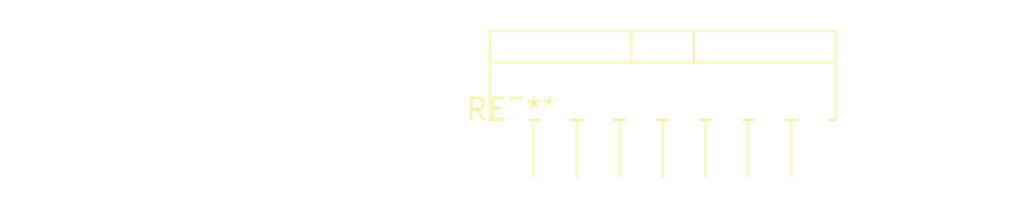
<source format=kicad_pcb>
(kicad_pcb (version 20240108) (generator pcbnew)
  (layers (0 "F.Cu" signal) (31 "B.Cu" signal) (34 "B.Paste" user) (35 "F.Paste" user) (36 "B.SilkS" user "B.Silkscreen") (37 "F.SilkS" user "F.Silkscreen") (38 "B.Mask" user) (39 "F.Mask" user) (44 "Edge.Cuts" user))
  (net 0 "")
  (footprint "TO-220-15_P2.54x2.54mm_StaggerEven_Lead4.58mm_Vertical" (layer "F.Cu") (at 0 0)
    (property "Reference" "REF**")
    (property "Value" "TO-220-15_P2.54x2.54mm_StaggerEven_Lead4.58mm_Vertical")
    (fp_line (start -1.33 -4.62) (end -1.33 0.621) (layer "F.SilkS") (stroke (width 0.12)))
    (fp_line (start -1.33 -4.62) (end 19.11 -4.62) (layer "F.SilkS") (stroke (width 0.12)))
    (fp_line (start -1.33 -2.78) (end 19.11 -2.78) (layer "F.SilkS") (stroke (width 0.12)))
    (fp_line (start -1.33 0.621) (end -1.05 0.621) (layer "F.SilkS") (stroke (width 0.12)))
    (fp_line (start 1.05 0.621) (end 1.616 0.621) (layer "F.SilkS") (stroke (width 0.12)))
    (fp_line (start 1.27 0.621) (end 1.27 4.015) (layer "F.SilkS") (stroke (width 0.12)))
    (fp_line (start 3.465 0.621) (end 4.156 0.621) (layer "F.SilkS") (stroke (width 0.12)))
    (fp_line (start 3.81 0.621) (end 3.81 4.015) (layer "F.SilkS") (stroke (width 0.12)))
    (fp_line (start 6.005 0.621) (end 6.696 0.621) (layer "F.SilkS") (stroke (width 0.12)))
    (fp_line (start 6.35 0.621) (end 6.35 4.015) (layer "F.SilkS") (stroke (width 0.12)))
    (fp_line (start 7.041 -4.62) (end 7.041 -2.78) (layer "F.SilkS") (stroke (width 0.12)))
    (fp_line (start 8.545 0.621) (end 9.236 0.621) (layer "F.SilkS") (stroke (width 0.12)))
    (fp_line (start 8.89 0.621) (end 8.89 4.015) (layer "F.SilkS") (stroke (width 0.12)))
    (fp_line (start 10.74 -4.62) (end 10.74 -2.78) (layer "F.SilkS") (stroke (width 0.12)))
    (fp_line (start 11.085 0.621) (end 11.776 0.621) (layer "F.SilkS") (stroke (width 0.12)))
    (fp_line (start 11.43 0.621) (end 11.43 4.015) (layer "F.SilkS") (stroke (width 0.12)))
    (fp_line (start 13.625 0.621) (end 14.316 0.621) (layer "F.SilkS") (stroke (width 0.12)))
    (fp_line (start 13.97 0.621) (end 13.97 4.015) (layer "F.SilkS") (stroke (width 0.12)))
    (fp_line (start 16.165 0.621) (end 16.856 0.621) (layer "F.SilkS") (stroke (width 0.12)))
    (fp_line (start 16.51 0.621) (end 16.51 4.015) (layer "F.SilkS") (stroke (width 0.12)))
    (fp_line (start 18.705 0.621) (end 19.11 0.621) (layer "F.SilkS") (stroke (width 0.12)))
    (fp_line (start 19.11 -4.62) (end 19.11 0.621) (layer "F.SilkS") (stroke (width 0.12)))
    (pad "1" thru_hole rect (at 0 0) (size 1.8 1.8) (drill 1) (layers *.Cu *.Mask) (remove_unused_layers))
    (pad "2" thru_hole oval (at 1.27 5.08) (size 1.8 1.8) (drill 1) (layers *.Cu *.Mask) (remove_unused_layers))
    (pad "3" thru_hole oval (at 2.54 0) (size 1.8 1.8) (drill 1) (layers *.Cu *.Mask) (remove_unused_layers))
    (pad "4" thru_hole oval (at 3.81 5.08) (size 1.8 1.8) (drill 1) (layers *.Cu *.Mask) (remove_unused_layers))
    (pad "5" thru_hole oval (at 5.08 0) (size 1.8 1.8) (drill 1) (layers *.Cu *.Mask) (remove_unused_layers))
    (pad "6" thru_hole oval (at 6.35 5.08) (size 1.8 1.8) (drill 1) (layers *.Cu *.Mask) (remove_unused_layers))
    (pad "7" thru_hole oval (at 7.62 0) (size 1.8 1.8) (drill 1) (layers *.Cu *.Mask) (remove_unused_layers))
    (pad "8" thru_hole oval (at 8.89 5.08) (size 1.8 1.8) (drill 1) (layers *.Cu *.Mask) (remove_unused_layers))
    (pad "9" thru_hole oval (at 10.16 0) (size 1.8 1.8) (drill 1) (layers *.Cu *.Mask) (remove_unused_layers))
    (pad "10" thru_hole oval (at 11.43 5.08) (size 1.8 1.8) (drill 1) (layers *.Cu *.Mask) (remove_unused_layers))
    (pad "11" thru_hole oval (at 12.7 0) (size 1.8 1.8) (drill 1) (layers *.Cu *.Mask) (remove_unused_layers))
    (pad "12" thru_hole oval (at 13.97 5.08) (size 1.8 1.8) (drill 1) (layers *.Cu *.Mask) (remove_unused_layers))
    (pad "13" thru_hole oval (at 15.24 0) (size 1.8 1.8) (drill 1) (layers *.Cu *.Mask) (remove_unused_layers))
    (pad "14" thru_hole oval (at 16.51 5.08) (size 1.8 1.8) (drill 1) (layers *.Cu *.Mask) (remove_unused_layers))
    (pad "15" thru_hole oval (at 17.78 0) (size 1.8 1.8) (drill 1) (layers *.Cu *.Mask) (remove_unused_layers))
  )
)
</source>
